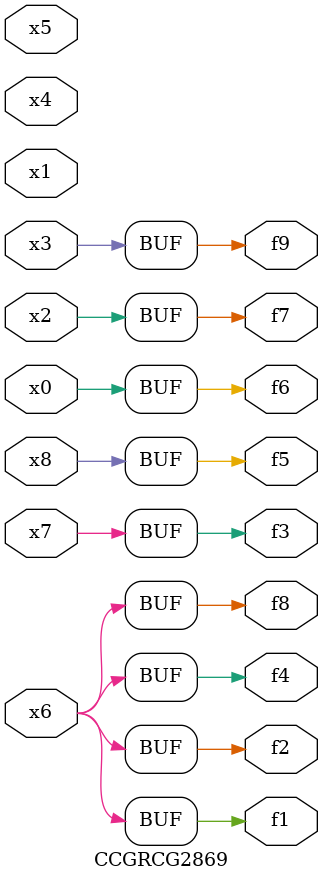
<source format=v>
module CCGRCG2869(
	input x0, x1, x2, x3, x4, x5, x6, x7, x8,
	output f1, f2, f3, f4, f5, f6, f7, f8, f9
);
	assign f1 = x6;
	assign f2 = x6;
	assign f3 = x7;
	assign f4 = x6;
	assign f5 = x8;
	assign f6 = x0;
	assign f7 = x2;
	assign f8 = x6;
	assign f9 = x3;
endmodule

</source>
